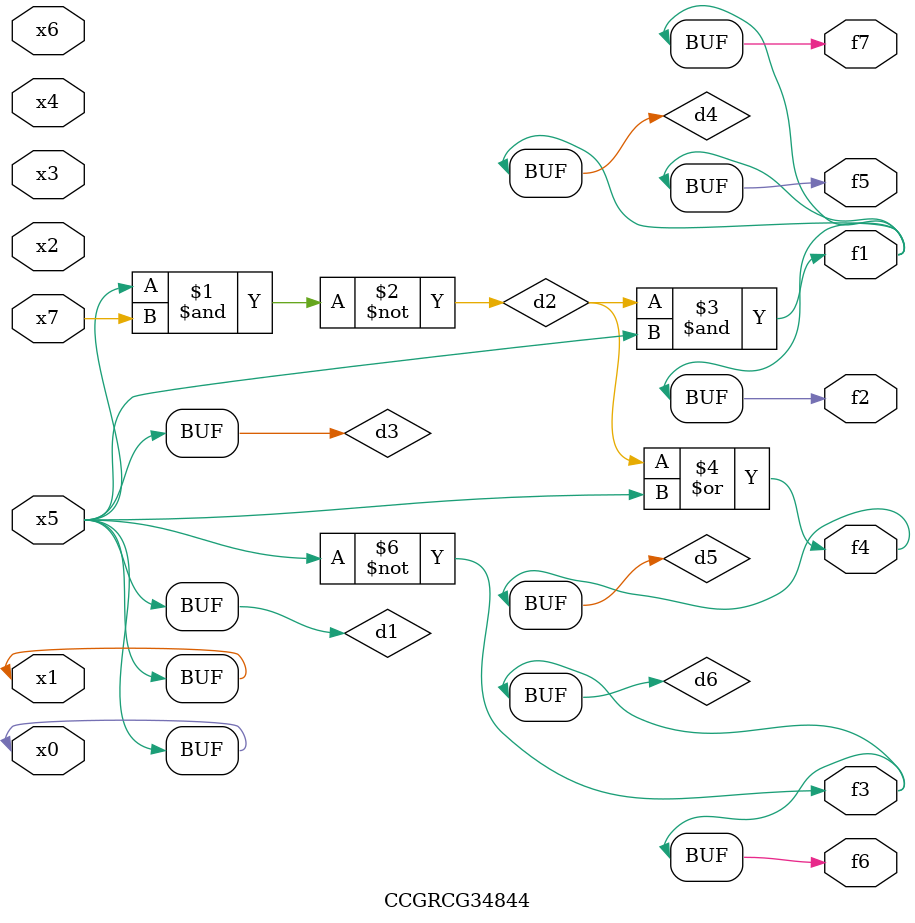
<source format=v>
module CCGRCG34844(
	input x0, x1, x2, x3, x4, x5, x6, x7,
	output f1, f2, f3, f4, f5, f6, f7
);

	wire d1, d2, d3, d4, d5, d6;

	buf (d1, x0, x5);
	nand (d2, x5, x7);
	buf (d3, x0, x1);
	and (d4, d2, d3);
	or (d5, d2, d3);
	nor (d6, d1, d3);
	assign f1 = d4;
	assign f2 = d4;
	assign f3 = d6;
	assign f4 = d5;
	assign f5 = d4;
	assign f6 = d6;
	assign f7 = d4;
endmodule

</source>
